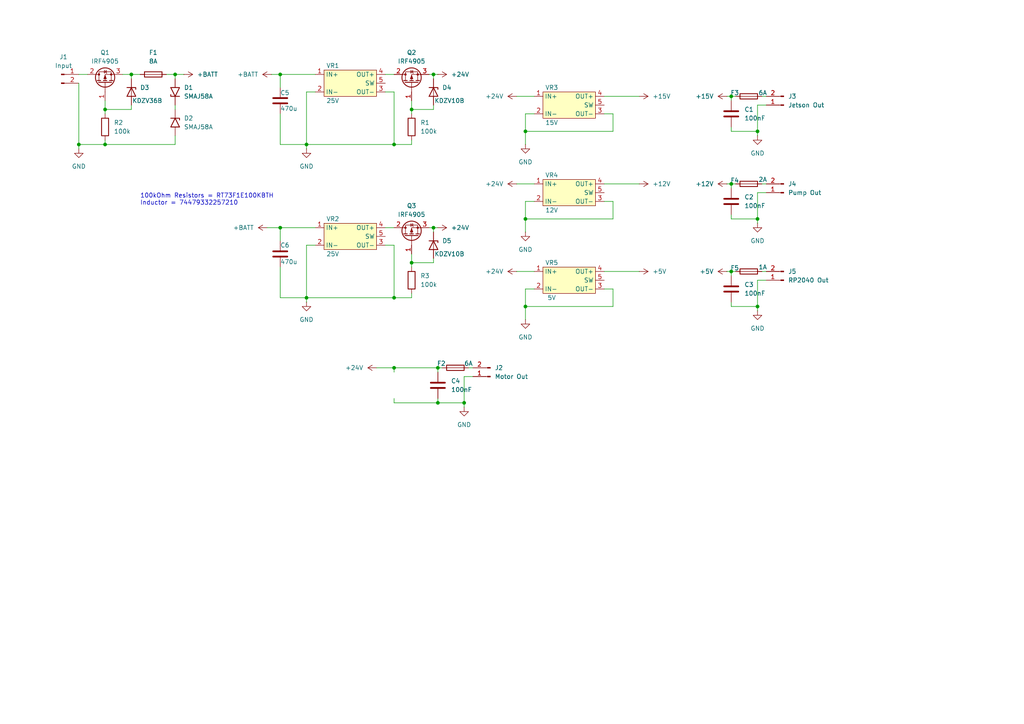
<source format=kicad_sch>
(kicad_sch (version 20250114) (generator "eeschema") (generator_version "9.0")
  (paper "A4")
  (lib_symbols
    (symbol "Connector:Conn_01x02_Pin" (pin_names (offset 1.016) (hide yes))
      (property "Reference" "J" (at 0 2.54 0))
      (property "Value" "Conn_01x02_Pin" (at 0 -5.08 0))
      (symbol "Conn_01x02_Pin_1_1"
        (rectangle (start 0.8636 0.127) (end 0 -0.127) (stroke (width 0.1524)) (fill (type outline)))
        (rectangle (start 0.8636 -2.413) (end 0 -2.667) (stroke (width 0.1524)) (fill (type outline)))
        (polyline (pts (xy 1.27 0) (xy 0.8636 0)) (stroke (width 0.1524)))
        (polyline (pts (xy 1.27 -2.54) (xy 0.8636 -2.54)) (stroke (width 0.1524)))
        (pin passive line (at 5.08 0 180) (length 3.81) (name "Pin_1") (number "1"))
        (pin passive line (at 5.08 -2.54 180) (length 3.81) (name "Pin_2") (number "2"))
      )
    )
    (symbol "Device:C" (pin_numbers (hide yes)) (pin_names (offset 0.254))
      (property "Reference" "C" (at 0.635 2.54 0))
      (property "Value" "C" (at 0.635 -2.54 0))
      (symbol "C_0_1"
        (polyline (pts (xy -2.032 0.762) (xy 2.032 0.762)) (stroke (width 0.508)))
        (polyline (pts (xy -2.032 -0.762) (xy 2.032 -0.762)) (stroke (width 0.508)))
      )
      (symbol "C_1_1"
        (pin passive line (at 0 3.81 270) (length 2.794) (name "~") (number "1"))
        (pin passive line (at 0 -3.81 90) (length 2.794) (name "~") (number "2"))
      )
    )
    (symbol "Device:D_Zener" (pin_numbers (hide yes)) (pin_names (offset 1.016) (hide yes))
      (property "Reference" "D" (at 0 2.54 0))
      (property "Value" "D_Zener" (at 0 -2.54 0))
      (symbol "D_Zener_0_1"
        (polyline (pts (xy -1.27 -1.27) (xy -1.27 1.27) (xy -0.762 1.27)) (stroke (width 0.254)))
        (polyline (pts (xy 1.27 0) (xy -1.27 0)))
        (polyline (pts (xy 1.27 -1.27) (xy 1.27 1.27) (xy -1.27 0) (xy 1.27 -1.27)) (stroke (width 0.254)))
      )
      (symbol "D_Zener_1_1"
        (pin passive line (at -3.81 0 0) (length 2.54) (name "K") (number "1"))
        (pin passive line (at 3.81 0 180) (length 2.54) (name "A") (number "2"))
      )
    )
    (symbol "Device:Fuse" (pin_numbers (hide yes)) (pin_names (offset 0))
      (property "Reference" "F" (at 2.032 0 90))
      (property "Value" "Fuse" (at -1.905 0 90))
      (symbol "Fuse_0_1"
        (rectangle (start -0.762 -2.54) (end 0.762 2.54) (stroke (width 0.254)))
        (polyline (pts (xy 0 2.54) (xy 0 -2.54)))
      )
      (symbol "Fuse_1_1"
        (pin passive line (at 0 3.81 270) (length 1.27) (name "~") (number "1"))
        (pin passive line (at 0 -3.81 90) (length 1.27) (name "~") (number "2"))
      )
    )
    (symbol "Device:R" (pin_numbers (hide yes)) (pin_names (offset 0))
      (property "Reference" "R" (at 2.032 0 90))
      (property "Value" "R" (at 0 0 90))
      (symbol "R_0_1"
        (rectangle (start -1.016 -2.54) (end 1.016 2.54) (stroke (width 0.254)))
      )
      (symbol "R_1_1"
        (pin passive line (at 0 3.81 270) (length 1.27) (name "~") (number "1"))
        (pin passive line (at 0 -3.81 90) (length 1.27) (name "~") (number "2"))
      )
    )
    (symbol "Diode:SMAJ58A" (pin_numbers (hide yes)) (pin_names (offset 1.016) (hide yes))
      (property "Reference" "D" (at 0 2.54 0))
      (property "Value" "SMAJ58A" (at 0 -2.54 0))
      (symbol "SMAJ58A_0_1"
        (polyline (pts (xy -0.762 1.27) (xy -1.27 1.27) (xy -1.27 -1.27)) (stroke (width 0.254)))
        (polyline (pts (xy 1.27 1.27) (xy 1.27 -1.27) (xy -1.27 0) (xy 1.27 1.27)) (stroke (width 0.254)))
      )
      (symbol "SMAJ58A_1_1"
        (pin passive line (at -3.81 0 0) (length 2.54) (name "A1") (number "1"))
        (pin passive line (at 3.81 0 180) (length 2.54) (name "A2") (number "2"))
      )
    )
    (symbol "Transistor_FET:IRF4905" (pin_names (hide yes))
      (property "Reference" "Q" (at 5.08 1.905 0))
      (property "Value" "IRF4905" (at 5.08 0 0))
      (symbol "IRF4905_0_1"
        (polyline (pts (xy 0.254 1.905) (xy 0.254 -1.905)) (stroke (width 0.254)))
        (polyline (pts (xy 0.254 0) (xy -2.54 0)))
        (polyline (pts (xy 0.762 2.286) (xy 0.762 1.27)) (stroke (width 0.254)))
        (polyline (pts (xy 0.762 1.778) (xy 3.302 1.778) (xy 3.302 -1.778) (xy 0.762 -1.778)))
        (polyline (pts (xy 0.762 0.508) (xy 0.762 -0.508)) (stroke (width 0.254)))
        (polyline (pts (xy 0.762 -1.27) (xy 0.762 -2.286)) (stroke (width 0.254)))
        (circle (center 1.651 0) (radius 2.794) (stroke (width 0.254)))
        (polyline (pts (xy 2.286 0) (xy 1.27 0.381) (xy 1.27 -0.381) (xy 2.286 0)) (fill (type outline)))
        (polyline (pts (xy 2.54 2.54) (xy 2.54 1.778)))
        (circle (center 2.54 1.778) (radius 0.254) (fill (type outline)))
        (circle (center 2.54 -1.778) (radius 0.254) (fill (type outline)))
        (polyline (pts (xy 2.54 -2.54) (xy 2.54 0) (xy 0.762 0)))
        (polyline (pts (xy 2.794 -0.508) (xy 2.921 -0.381) (xy 3.683 -0.381) (xy 3.81 -0.254)))
        (polyline (pts (xy 3.302 -0.381) (xy 2.921 0.254) (xy 3.683 0.254) (xy 3.302 -0.381)))
      )
      (symbol "IRF4905_1_1"
        (pin input line (at -5.08 0 0) (length 2.54) (name "G") (number "1"))
        (pin passive line (at 2.54 5.08 270) (length 2.54) (name "D") (number "2"))
        (pin passive line (at 2.54 -5.08 90) (length 2.54) (name "S") (number "3"))
      )
    )
    (symbol "VoltageReg_SMAKN:VoltageReg_SMAKN"
      (property "Reference" "VR" (at -6.35 5.08 0))
      (symbol "VoltageReg_SMAKN_1_1"
        (rectangle (start -7.62 3.81) (end 7.62 -3.81) (fill (type background)))
        (pin power_in line (at -10.16 2.54 0) (length 2.54) (name "IN+") (number "1"))
        (pin power_in line (at -10.16 -2.54 0) (length 2.54) (name "IN-") (number "2"))
        (pin power_out line (at 10.16 2.54 180) (length 2.54) (name "OUT+") (number "4"))
        (pin power_out line (at 10.16 0 180) (length 2.54) (name "SW") (number "5"))
        (pin power_out line (at 10.16 -2.54 180) (length 2.54) (name "OUT-") (number "3"))
      )
    )
    (symbol "power:+12V" (power) (pin_numbers (hide yes)) (pin_names (offset 0) (hide yes))
      (property "Value" "+12V" (at 0 3.556 0))
      (symbol "+12V_0_1"
        (polyline (pts (xy -0.762 1.27) (xy 0 2.54)))
        (polyline (pts (xy 0 2.54) (xy 0.762 1.27)))
        (polyline (pts (xy 0 0) (xy 0 2.54)))
      )
      (symbol "+12V_1_1"
        (pin power_in line (at 0 0 90) (length 0) (name "~") (number "1"))
      )
    )
    (symbol "power:+15V" (power) (pin_numbers (hide yes)) (pin_names (offset 0) (hide yes))
      (property "Value" "+15V" (at 0 3.556 0))
      (symbol "+15V_0_1"
        (polyline (pts (xy -0.762 1.27) (xy 0 2.54)))
        (polyline (pts (xy 0 2.54) (xy 0.762 1.27)))
        (polyline (pts (xy 0 0) (xy 0 2.54)))
      )
      (symbol "+15V_1_1"
        (pin power_in line (at 0 0 90) (length 0) (name "~") (number "1"))
      )
    )
    (symbol "power:+24V" (power) (pin_numbers (hide yes)) (pin_names (offset 0) (hide yes))
      (property "Value" "+24V" (at 0 3.556 0))
      (symbol "+24V_0_1"
        (polyline (pts (xy -0.762 1.27) (xy 0 2.54)))
        (polyline (pts (xy 0 2.54) (xy 0.762 1.27)))
        (polyline (pts (xy 0 0) (xy 0 2.54)))
      )
      (symbol "+24V_1_1"
        (pin power_in line (at 0 0 90) (length 0) (name "~") (number "1"))
      )
    )
    (symbol "power:+5V" (power) (pin_numbers (hide yes)) (pin_names (offset 0) (hide yes))
      (property "Value" "+5V" (at 0 3.556 0))
      (symbol "+5V_0_1"
        (polyline (pts (xy -0.762 1.27) (xy 0 2.54)))
        (polyline (pts (xy 0 2.54) (xy 0.762 1.27)))
        (polyline (pts (xy 0 0) (xy 0 2.54)))
      )
      (symbol "+5V_1_1"
        (pin power_in line (at 0 0 90) (length 0) (name "~") (number "1"))
      )
    )
    (symbol "power:+BATT" (power) (pin_numbers (hide yes)) (pin_names (offset 0) (hide yes))
      (property "Value" "+BATT" (at 0 3.556 0))
      (symbol "+BATT_0_1"
        (polyline (pts (xy -0.762 1.27) (xy 0 2.54)))
        (polyline (pts (xy 0 2.54) (xy 0.762 1.27)))
        (polyline (pts (xy 0 0) (xy 0 2.54)))
      )
      (symbol "+BATT_1_1"
        (pin power_in line (at 0 0 90) (length 0) (name "~") (number "1"))
      )
    )
    (symbol "power:GND" (power) (pin_numbers (hide yes)) (pin_names (offset 0) (hide yes))
      (property "Value" "GND" (at 0 -3.81 0))
      (symbol "GND_0_1"
        (polyline (pts (xy 0 0) (xy 0 -1.27) (xy 1.27 -1.27) (xy 0 -2.54) (xy -1.27 -1.27) (xy 0 -1.27)))
      )
      (symbol "GND_1_1"
        (pin power_in line (at 0 0 270) (length 0) (name "~") (number "1"))
      )
    )
  )
  (text "100kOhm Resistors = RT73F1E100KBTH\nInductor = 74479332257210" (at 40.64 57.912 0) (effects (font (size 1.27 1.27)) (justify left)))
  (junction (at 127 116.84))
  (junction (at 127 106.68))
  (junction (at 88.9 41.91))
  (junction (at 81.28 21.59))
  (junction (at 219.71 88.9))
  (junction (at 114.3 41.91))
  (junction (at 134.62 116.84))
  (junction (at 38.1 21.59))
  (junction (at 219.71 38.1))
  (junction (at 114.3 86.36))
  (junction (at 152.4 38.1))
  (junction (at 22.86 41.91))
  (junction (at 88.9 86.36))
  (junction (at 152.4 88.9))
  (junction (at 219.71 63.5))
  (junction (at 212.09 53.34))
  (junction (at 125.73 21.59))
  (junction (at 152.4 63.5))
  (junction (at 50.8 21.59))
  (junction (at 125.73 66.04))
  (junction (at 119.38 76.2))
  (junction (at 30.48 41.91))
  (junction (at 212.09 78.74))
  (junction (at 81.28 66.04))
  (junction (at 119.38 31.75))
  (junction (at 30.48 31.75))
  (junction (at 114.3 106.68))
  (junction (at 212.09 27.94))
  (wire (pts (xy 48.26 21.59) (xy 50.8 21.59)))
  (wire (pts (xy 212.09 88.9) (xy 219.71 88.9)))
  (wire (pts (xy 125.73 76.2) (xy 125.73 74.93)))
  (wire (pts (xy 210.82 53.34) (xy 212.09 53.34)))
  (wire (pts (xy 88.9 41.91) (xy 114.3 41.91)))
  (wire (pts (xy 125.73 66.04) (xy 127 66.04)))
  (wire (pts (xy 152.4 63.5) (xy 152.4 67.31)))
  (wire (pts (xy 81.28 21.59) (xy 81.28 25.4)))
  (wire (pts (xy 81.28 21.59) (xy 91.44 21.59)))
  (wire (pts (xy 38.1 22.86) (xy 38.1 21.59)))
  (wire (pts (xy 219.71 38.1) (xy 219.71 39.37)))
  (wire (pts (xy 127 116.84) (xy 114.3 116.84)))
  (wire (pts (xy 22.86 24.13) (xy 22.86 41.91)))
  (wire (pts (xy 38.1 31.75) (xy 30.48 31.75)))
  (wire (pts (xy 152.4 58.42) (xy 154.94 58.42)))
  (wire (pts (xy 77.47 66.04) (xy 81.28 66.04)))
  (wire (pts (xy 22.86 21.59) (xy 25.4 21.59)))
  (wire (pts (xy 152.4 33.02) (xy 154.94 33.02)))
  (wire (pts (xy 35.56 21.59) (xy 38.1 21.59)))
  (wire (pts (xy 212.09 63.5) (xy 219.71 63.5)))
  (wire (pts (xy 119.38 86.36) (xy 119.38 85.09)))
  (wire (pts (xy 222.25 55.88) (xy 219.71 55.88)))
  (wire (pts (xy 125.73 21.59) (xy 125.73 22.86)))
  (wire (pts (xy 219.71 63.5) (xy 219.71 64.77)))
  (wire (pts (xy 124.46 66.04) (xy 125.73 66.04)))
  (wire (pts (xy 114.3 26.67) (xy 114.3 41.91)))
  (wire (pts (xy 212.09 87.63) (xy 212.09 88.9)))
  (wire (pts (xy 81.28 86.36) (xy 88.9 86.36)))
  (wire (pts (xy 114.3 116.84) (xy 114.3 115.57)))
  (wire (pts (xy 175.26 58.42) (xy 177.8 58.42)))
  (wire (pts (xy 81.28 41.91) (xy 88.9 41.91)))
  (wire (pts (xy 220.98 27.94) (xy 222.25 27.94)))
  (wire (pts (xy 135.89 106.68) (xy 137.16 106.68)))
  (wire (pts (xy 149.86 27.94) (xy 154.94 27.94)))
  (wire (pts (xy 125.73 21.59) (xy 127 21.59)))
  (wire (pts (xy 88.9 86.36) (xy 114.3 86.36)))
  (wire (pts (xy 127 116.84) (xy 134.62 116.84)))
  (wire (pts (xy 222.25 30.48) (xy 219.71 30.48)))
  (wire (pts (xy 175.26 78.74) (xy 185.42 78.74)))
  (wire (pts (xy 149.86 78.74) (xy 154.94 78.74)))
  (wire (pts (xy 114.3 71.12) (xy 114.3 86.36)))
  (wire (pts (xy 88.9 26.67) (xy 88.9 41.91)))
  (wire (pts (xy 114.3 86.36) (xy 119.38 86.36)))
  (wire (pts (xy 134.62 109.22) (xy 134.62 116.84)))
  (wire (pts (xy 111.76 66.04) (xy 114.3 66.04)))
  (wire (pts (xy 152.4 83.82) (xy 154.94 83.82)))
  (wire (pts (xy 119.38 76.2) (xy 119.38 77.47)))
  (wire (pts (xy 152.4 88.9) (xy 152.4 83.82)))
  (wire (pts (xy 175.26 27.94) (xy 185.42 27.94)))
  (wire (pts (xy 119.38 76.2) (xy 125.73 76.2)))
  (wire (pts (xy 177.8 38.1) (xy 152.4 38.1)))
  (wire (pts (xy 50.8 30.48) (xy 50.8 31.75)))
  (wire (pts (xy 152.4 38.1) (xy 152.4 41.91)))
  (wire (pts (xy 177.8 58.42) (xy 177.8 63.5)))
  (wire (pts (xy 127 115.57) (xy 127 116.84)))
  (wire (pts (xy 220.98 53.34) (xy 222.25 53.34)))
  (wire (pts (xy 30.48 41.91) (xy 22.86 41.91)))
  (wire (pts (xy 177.8 33.02) (xy 177.8 38.1)))
  (wire (pts (xy 212.09 78.74) (xy 213.36 78.74)))
  (wire (pts (xy 88.9 86.36) (xy 88.9 87.63)))
  (wire (pts (xy 30.48 33.02) (xy 30.48 31.75)))
  (wire (pts (xy 177.8 88.9) (xy 152.4 88.9)))
  (wire (pts (xy 177.8 83.82) (xy 177.8 88.9)))
  (wire (pts (xy 127 106.68) (xy 127 107.95)))
  (wire (pts (xy 81.28 77.47) (xy 81.28 86.36)))
  (wire (pts (xy 210.82 78.74) (xy 212.09 78.74)))
  (wire (pts (xy 119.38 41.91) (xy 119.38 40.64)))
  (wire (pts (xy 114.3 41.91) (xy 119.38 41.91)))
  (wire (pts (xy 220.98 78.74) (xy 222.25 78.74)))
  (wire (pts (xy 88.9 71.12) (xy 88.9 86.36)))
  (wire (pts (xy 152.4 38.1) (xy 152.4 33.02)))
  (wire (pts (xy 88.9 26.67) (xy 91.44 26.67)))
  (wire (pts (xy 137.16 109.22) (xy 134.62 109.22)))
  (wire (pts (xy 81.28 66.04) (xy 91.44 66.04)))
  (wire (pts (xy 212.09 27.94) (xy 213.36 27.94)))
  (wire (pts (xy 212.09 53.34) (xy 213.36 53.34)))
  (wire (pts (xy 111.76 71.12) (xy 114.3 71.12)))
  (wire (pts (xy 125.73 31.75) (xy 125.73 30.48)))
  (wire (pts (xy 119.38 73.66) (xy 119.38 76.2)))
  (wire (pts (xy 212.09 63.5) (xy 212.09 62.23)))
  (wire (pts (xy 219.71 55.88) (xy 219.71 63.5)))
  (wire (pts (xy 50.8 22.86) (xy 50.8 21.59)))
  (wire (pts (xy 212.09 53.34) (xy 212.09 54.61)))
  (wire (pts (xy 212.09 78.74) (xy 212.09 80.01)))
  (wire (pts (xy 81.28 66.04) (xy 81.28 69.85)))
  (wire (pts (xy 175.26 83.82) (xy 177.8 83.82)))
  (wire (pts (xy 50.8 41.91) (xy 30.48 41.91)))
  (wire (pts (xy 111.76 21.59) (xy 114.3 21.59)))
  (wire (pts (xy 212.09 36.83) (xy 212.09 38.1)))
  (wire (pts (xy 222.25 81.28) (xy 219.71 81.28)))
  (wire (pts (xy 149.86 53.34) (xy 154.94 53.34)))
  (wire (pts (xy 119.38 29.21) (xy 119.38 31.75)))
  (wire (pts (xy 212.09 27.94) (xy 212.09 29.21)))
  (wire (pts (xy 125.73 66.04) (xy 125.73 67.31)))
  (wire (pts (xy 219.71 30.48) (xy 219.71 38.1)))
  (wire (pts (xy 38.1 21.59) (xy 40.64 21.59)))
  (wire (pts (xy 175.26 53.34) (xy 185.42 53.34)))
  (wire (pts (xy 210.82 27.94) (xy 212.09 27.94)))
  (wire (pts (xy 109.22 106.68) (xy 114.3 106.68)))
  (wire (pts (xy 119.38 31.75) (xy 125.73 31.75)))
  (wire (pts (xy 50.8 21.59) (xy 53.34 21.59)))
  (wire (pts (xy 124.46 21.59) (xy 125.73 21.59)))
  (wire (pts (xy 152.4 63.5) (xy 152.4 58.42)))
  (wire (pts (xy 119.38 31.75) (xy 119.38 33.02)))
  (wire (pts (xy 212.09 38.1) (xy 219.71 38.1)))
  (wire (pts (xy 134.62 116.84) (xy 134.62 118.11)))
  (wire (pts (xy 114.3 106.68) (xy 127 106.68)))
  (wire (pts (xy 30.48 41.91) (xy 30.48 40.64)))
  (wire (pts (xy 152.4 88.9) (xy 152.4 92.71)))
  (wire (pts (xy 88.9 41.91) (xy 88.9 43.18)))
  (wire (pts (xy 177.8 63.5) (xy 152.4 63.5)))
  (wire (pts (xy 114.3 106.68) (xy 114.3 107.95)))
  (wire (pts (xy 78.74 21.59) (xy 81.28 21.59)))
  (wire (pts (xy 219.71 81.28) (xy 219.71 88.9)))
  (wire (pts (xy 219.71 88.9) (xy 219.71 90.17)))
  (wire (pts (xy 111.76 26.67) (xy 114.3 26.67)))
  (wire (pts (xy 22.86 41.91) (xy 22.86 43.18)))
  (wire (pts (xy 88.9 71.12) (xy 91.44 71.12)))
  (wire (pts (xy 30.48 29.21) (xy 30.48 31.75)))
  (wire (pts (xy 127 106.68) (xy 128.27 106.68)))
  (wire (pts (xy 50.8 39.37) (xy 50.8 41.91)))
  (wire (pts (xy 81.28 33.02) (xy 81.28 41.91)))
  (wire (pts (xy 175.26 33.02) (xy 177.8 33.02)))
  (wire (pts (xy 38.1 30.48) (xy 38.1 31.75)))
  (symbol (lib_id "Device:Fuse") (at 217.17 78.74 90) (unit 1)
    (property "Reference" "F5" (at 213.106 77.724 90))
    (property "Value" "1A" (at 221.234 77.47 90))
    (property "Footprint" "Fuse:Fuseholder_Cylinder-5x20mm_Schurter_0031_8201_Horizontal_Open" (effects (hide yes)))
    (property "Description" "Fuse" (effects (hide yes)))
  )
  (symbol (lib_id "power:GND") (at 152.4 41.91 0) (unit 1)
    (property "Reference" "#PWR02" (effects (hide yes)))
    (property "Value" "GND" (at 152.4 46.99 0))
    (property "Description" "Power symbol creates a global label with name \"GND\" , ground" (effects (hide yes)))
  )
  (symbol (lib_id "power:GND") (at 152.4 92.71 0) (unit 1)
    (property "Reference" "#PWR04" (effects (hide yes)))
    (property "Value" "GND" (at 152.4 97.79 0))
    (property "Description" "Power symbol creates a global label with name \"GND\" , ground" (effects (hide yes)))
  )
  (symbol (lib_id "Device:R") (at 119.38 36.83 0) (unit 1)
    (property "Reference" "R1" (at 121.92 35.5599 0) (effects (justify left)))
    (property "Value" "100k" (at 121.92 38.0999 0) (effects (justify left)))
    (property "Footprint" "Resistor_SMD:R_0805_2012Metric" (effects (hide yes)))
    (property "Description" "Resistor" (effects (hide yes)))
  )
  (symbol (lib_id "power:GND") (at 134.62 118.11 0) (unit 1)
    (property "Reference" "#PWR016" (effects (hide yes)))
    (property "Value" "GND" (at 134.62 123.19 0))
    (property "Description" "Power symbol creates a global label with name \"GND\" , ground" (effects (hide yes)))
  )
  (symbol (lib_id "Connector:Conn_01x02_Pin") (at 227.33 55.88 180) (unit 1)
    (property "Reference" "J4" (at 228.6 53.3399 0) (effects (justify right)))
    (property "Value" "Pump Out" (at 228.6 55.8799 0) (effects (justify right)))
    (property "Footprint" "TerminalBlock:TerminalBlock_MaiXu_MX126-5.0-02P_1x02_P5.00mm" (effects (hide yes)))
    (property "Description" "Generic connector, single row, 01x02, script generated" (effects (hide yes)))
  )
  (symbol (lib_id "power:GND") (at 22.86 43.18 0) (unit 1)
    (property "Reference" "#PWR010" (effects (hide yes)))
    (property "Value" "GND" (at 22.86 48.26 0))
    (property "Description" "Power symbol creates a global label with name \"GND\" , ground" (effects (hide yes)))
  )
  (symbol (lib_id "Device:C") (at 212.09 33.02 0) (unit 1)
    (property "Reference" "C1" (at 215.9 31.7499 0) (effects (justify left)))
    (property "Value" "100nF" (at 215.9 34.2899 0) (effects (justify left)))
    (property "Footprint" "Resistor_SMD:R_0805_2012Metric" (effects (hide yes)))
    (property "Description" "Unpolarized capacitor" (effects (hide yes)))
  )
  (symbol (lib_id "Diode:SMAJ58A") (at 50.8 26.67 90) (unit 1)
    (property "Reference" "D1" (at 53.34 25.3999 90) (effects (justify right)))
    (property "Value" "SMAJ58A" (at 53.34 27.9399 90) (effects (justify right)))
    (property "Footprint" "Diode_SMD:D_SMA" (effects (hide yes)))
    (property "Datasheet" "https://www.littelfuse.com/media?resourcetype=datasheets&itemid=75e32973-b177-4ee3-a0ff-cedaf1abdb93&filename=smaj-datasheet" (effects (hide yes)))
    (property "Description" "400W unidirectional Transient Voltage Suppressor, 58.0Vr, SMA(DO-214AC)" (effects (hide yes)))
  )
  (symbol (lib_id "Connector:Conn_01x02_Pin") (at 227.33 81.28 180) (unit 1)
    (property "Reference" "J5" (at 228.6 78.7399 0) (effects (justify right)))
    (property "Value" "RP2040 Out" (at 228.6 81.2799 0) (effects (justify right)))
    (property "Footprint" "TerminalBlock:TerminalBlock_MaiXu_MX126-5.0-02P_1x02_P5.00mm" (effects (hide yes)))
    (property "Description" "Generic connector, single row, 01x02, script generated" (effects (hide yes)))
  )
  (symbol (lib_id "VoltageReg_SMAKN:VoltageReg_SMAKN") (at 101.6 24.13 0) (unit 1)
    (property "Reference" "VR1" (at 96.52 19.05 0))
    (property "Value" "25V" (at 96.52 29.21 0))
    (property "Footprint" "SMAKN:Module_SMAKN_LM2596HV" (effects (hide yes)))
  )
  (symbol (lib_id "power:+BATT") (at 77.47 66.04 90) (unit 1)
    (property "Reference" "#PWR013" (effects (hide yes)))
    (property "Value" "+BATT" (at 73.66 66.0399 90) (effects (justify left)))
    (property "Description" "Power symbol creates a global label with name \"+BATT\"" (effects (hide yes)))
  )
  (symbol (lib_id "Connector:Conn_01x02_Pin") (at 142.24 109.22 180) (unit 1)
    (property "Reference" "J2" (at 143.51 106.6799 0) (effects (justify right)))
    (property "Value" "Motor Out" (at 143.51 109.2199 0) (effects (justify right)))
    (property "Footprint" "TerminalBlock:TerminalBlock_MaiXu_MX126-5.0-02P_1x02_P5.00mm" (effects (hide yes)))
    (property "Description" "Generic connector, single row, 01x02, script generated" (effects (hide yes)))
  )
  (symbol (lib_id "Device:C") (at 81.28 73.66 0) (unit 1)
    (property "Reference" "C6" (at 81.28 71.12 0) (effects (justify left)))
    (property "Value" "470u" (at 81.28 75.946 0) (effects (justify left)))
    (property "Footprint" "Capacitor_SMD:CP_Elec_18x17.5" (effects (hide yes)))
    (property "Description" "Unpolarized capacitor" (effects (hide yes)))
  )
  (symbol (lib_id "power:+BATT") (at 53.34 21.59 270) (unit 1)
    (property "Reference" "#PWR011" (effects (hide yes)))
    (property "Value" "+BATT" (at 57.15 21.5899 90) (effects (justify left)))
    (property "Description" "Power symbol creates a global label with name \"+BATT\"" (effects (hide yes)))
  )
  (symbol (lib_id "power:+12V") (at 210.82 53.34 90) (unit 1)
    (property "Reference" "#PWR021" (effects (hide yes)))
    (property "Value" "+12V" (at 207.01 53.3399 90) (effects (justify left)))
    (property "Description" "Power symbol creates a global label with name \"+12V\"" (effects (hide yes)))
  )
  (symbol (lib_id "Connector:Conn_01x02_Pin") (at 17.78 21.59 0) (unit 1)
    (property "Reference" "J1" (at 18.415 16.51 0))
    (property "Value" "Input" (at 18.415 19.05 0))
    (property "Footprint" "TerminalBlock:TerminalBlock_MaiXu_MX126-5.0-02P_1x02_P5.00mm" (effects (hide yes)))
    (property "Description" "Generic connector, single row, 01x02, script generated" (effects (hide yes)))
  )
  (symbol (lib_id "VoltageReg_SMAKN:VoltageReg_SMAKN") (at 165.1 55.88 0) (unit 1)
    (property "Reference" "VR4" (at 160.02 50.8 0))
    (property "Value" "12V" (at 160.02 60.96 0))
    (property "Footprint" "SMAKN:Module_SMAKN_LM2596HV" (effects (hide yes)))
  )
  (symbol (lib_id "Connector:Conn_01x02_Pin") (at 227.33 30.48 180) (unit 1)
    (property "Reference" "J3" (at 228.6 27.9399 0) (effects (justify right)))
    (property "Value" "Jetson Out" (at 228.6 30.4799 0) (effects (justify right)))
    (property "Footprint" "TerminalBlock:TerminalBlock_MaiXu_MX126-5.0-02P_1x02_P5.00mm" (effects (hide yes)))
    (property "Description" "Generic connector, single row, 01x02, script generated" (effects (hide yes)))
  )
  (symbol (lib_id "power:+24V") (at 127 21.59 270) (unit 1)
    (property "Reference" "#PWR06" (effects (hide yes)))
    (property "Value" "+24V" (at 130.81 21.5899 90) (effects (justify left)))
    (property "Description" "Power symbol creates a global label with name \"+24V\"" (effects (hide yes)))
  )
  (symbol (lib_id "Device:D_Zener") (at 125.73 26.67 270) (unit 1)
    (property "Reference" "D4" (at 128.27 25.3999 90) (effects (justify left)))
    (property "Value" "KDZV10B" (at 125.984 29.21 90) (effects (justify left)))
    (property "Footprint" "Diode_SMD:Vishay_SMPA" (effects (hide yes)))
    (property "Description" "Zener diode" (effects (hide yes)))
  )
  (symbol (lib_id "Device:R") (at 119.38 81.28 0) (unit 1)
    (property "Reference" "R3" (at 121.92 80.0099 0) (effects (justify left)))
    (property "Value" "100k" (at 121.92 82.5499 0) (effects (justify left)))
    (property "Footprint" "Resistor_SMD:R_0805_2012Metric" (effects (hide yes)))
    (property "Description" "Resistor" (effects (hide yes)))
  )
  (symbol (lib_id "Device:Fuse") (at 132.08 106.68 90) (unit 1)
    (property "Reference" "F2" (at 128.016 105.41 90))
    (property "Value" "6A" (at 135.89 105.41 90))
    (property "Footprint" "Fuse:Fuseholder_Cylinder-5x20mm_Schurter_0031_8201_Horizontal_Open" (effects (hide yes)))
    (property "Description" "Fuse" (effects (hide yes)))
  )
  (symbol (lib_id "Device:C") (at 212.09 83.82 0) (unit 1)
    (property "Reference" "C3" (at 215.9 82.5499 0) (effects (justify left)))
    (property "Value" "100nF" (at 215.9 85.0899 0) (effects (justify left)))
    (property "Footprint" "Resistor_SMD:R_0805_2012Metric" (effects (hide yes)))
    (property "Description" "Unpolarized capacitor" (effects (hide yes)))
  )
  (symbol (lib_id "Device:D_Zener") (at 125.73 71.12 270) (unit 1)
    (property "Reference" "D5" (at 128.27 69.8499 90) (effects (justify left)))
    (property "Value" "KDZV10B" (at 125.984 73.66 90) (effects (justify left)))
    (property "Footprint" "Diode_SMD:Vishay_SMPA" (effects (hide yes)))
    (property "Description" "Zener diode" (effects (hide yes)))
  )
  (symbol (lib_id "power:+15V") (at 210.82 27.94 90) (unit 1)
    (property "Reference" "#PWR017" (effects (hide yes)))
    (property "Value" "+15V" (at 207.01 27.9399 90) (effects (justify left)))
    (property "Description" "Power symbol creates a global label with name \"+15V\"" (effects (hide yes)))
  )
  (symbol (lib_id "Transistor_FET:IRF4905") (at 30.48 24.13 90) (unit 1)
    (property "Reference" "Q1" (at 30.48 15.24 90))
    (property "Value" "IRF4905" (at 30.48 17.78 90))
    (property "Footprint" "Package_TO_SOT_THT:TO-220-3_Vertical" (effects (hide yes)))
    (property "Datasheet" "http://www.infineon.com/dgdl/irf4905.pdf?fileId=5546d462533600a4015355e32165197c" (effects (hide yes)))
    (property "Description" "-74A Id, -55V Vds, Single P-Channel HEXFET Power MOSFET, 20mOhm Ron, TO-220AB" (effects (hide yes)))
  )
  (symbol (lib_id "VoltageReg_SMAKN:VoltageReg_SMAKN") (at 101.6 68.58 0) (unit 1)
    (property "Reference" "VR2" (at 96.52 63.5 0))
    (property "Value" "25V" (at 96.52 73.66 0))
    (property "Footprint" "SMAKN:Module_SMAKN_LM2596HV" (effects (hide yes)))
  )
  (symbol (lib_id "Transistor_FET:IRF4905") (at 119.38 24.13 90) (unit 1)
    (property "Reference" "Q2" (at 119.38 15.24 90))
    (property "Value" "IRF4905" (at 119.38 17.78 90))
    (property "Footprint" "Package_TO_SOT_THT:TO-220-3_Vertical" (effects (hide yes)))
    (property "Datasheet" "http://www.infineon.com/dgdl/irf4905.pdf?fileId=5546d462533600a4015355e32165197c" (effects (hide yes)))
    (property "Description" "-74A Id, -55V Vds, Single P-Channel HEXFET Power MOSFET, 20mOhm Ron, TO-220AB" (effects (hide yes)))
  )
  (symbol (lib_id "power:+24V") (at 149.86 27.94 90) (unit 1)
    (property "Reference" "#PWR07" (effects (hide yes)))
    (property "Value" "+24V" (at 146.05 27.9399 90) (effects (justify left)))
    (property "Description" "Power symbol creates a global label with name \"+24V\"" (effects (hide yes)))
  )
  (symbol (lib_id "VoltageReg_SMAKN:VoltageReg_SMAKN") (at 165.1 81.28 0) (unit 1)
    (property "Reference" "VR5" (at 160.02 76.2 0))
    (property "Value" "5V" (at 160.02 86.36 0))
    (property "Footprint" "SMAKN:Module_SMAKN_LM2596HV" (effects (hide yes)))
  )
  (symbol (lib_id "Device:Fuse") (at 217.17 53.34 90) (unit 1)
    (property "Reference" "F4" (at 213.106 52.324 90))
    (property "Value" "2A" (at 221.234 52.07 90))
    (property "Footprint" "Fuse:Fuseholder_Cylinder-5x20mm_Schurter_0031_8201_Horizontal_Open" (effects (hide yes)))
    (property "Description" "Fuse" (effects (hide yes)))
  )
  (symbol (lib_id "power:+5V") (at 210.82 78.74 90) (unit 1)
    (property "Reference" "#PWR019" (effects (hide yes)))
    (property "Value" "+5V" (at 207.01 78.7399 90) (effects (justify left)))
    (property "Description" "Power symbol creates a global label with name \"+5V\"" (effects (hide yes)))
  )
  (symbol (lib_id "VoltageReg_SMAKN:VoltageReg_SMAKN") (at 165.1 30.48 0) (unit 1)
    (property "Reference" "VR3" (at 160.02 25.4 0))
    (property "Value" "15V" (at 160.02 35.56 0))
    (property "Footprint" "SMAKN:Module_SMAKN_LM2596HV" (effects (hide yes)))
  )
  (symbol (lib_id "Device:C") (at 81.28 29.21 0) (unit 1)
    (property "Reference" "C5" (at 81.28 26.924 0) (effects (justify left)))
    (property "Value" "470u" (at 81.28 31.496 0) (effects (justify left)))
    (property "Footprint" "Capacitor_SMD:CP_Elec_18x17.5" (effects (hide yes)))
    (property "Description" "Unpolarized capacitor" (effects (hide yes)))
  )
  (symbol (lib_id "Device:C") (at 127 111.76 0) (unit 1)
    (property "Reference" "C4" (at 130.81 110.4899 0) (effects (justify left)))
    (property "Value" "100nF" (at 130.81 113.0299 0) (effects (justify left)))
    (property "Footprint" "Resistor_SMD:R_0805_2012Metric" (effects (hide yes)))
    (property "Description" "Unpolarized capacitor" (effects (hide yes)))
  )
  (symbol (lib_id "power:+12V") (at 185.42 53.34 270) (unit 1)
    (property "Reference" "#PWR024" (effects (hide yes)))
    (property "Value" "+12V" (at 189.23 53.3399 90) (effects (justify left)))
    (property "Description" "Power symbol creates a global label with name \"+12V\"" (effects (hide yes)))
  )
  (symbol (lib_id "Device:D_Zener") (at 38.1 26.67 270) (unit 1)
    (property "Reference" "D3" (at 40.64 25.3999 90) (effects (justify left)))
    (property "Value" "KDZV36B" (at 38.354 29.21 90) (effects (justify left)))
    (property "Footprint" "Diode_SMD:Vishay_SMPA" (effects (hide yes)))
    (property "Description" "Zener diode" (effects (hide yes)))
  )
  (symbol (lib_id "Diode:SMAJ58A") (at 50.8 35.56 270) (unit 1)
    (property "Reference" "D2" (at 53.34 34.2899 90) (effects (justify left)))
    (property "Value" "SMAJ58A" (at 53.34 36.8299 90) (effects (justify left)))
    (property "Footprint" "Diode_SMD:D_SMA" (effects (hide yes)))
    (property "Datasheet" "https://www.littelfuse.com/media?resourcetype=datasheets&itemid=75e32973-b177-4ee3-a0ff-cedaf1abdb93&filename=smaj-datasheet" (effects (hide yes)))
    (property "Description" "400W unidirectional Transient Voltage Suppressor, 58.0Vr, SMA(DO-214AC)" (effects (hide yes)))
  )
  (symbol (lib_id "Device:C") (at 212.09 58.42 0) (unit 1)
    (property "Reference" "C2" (at 215.9 57.1499 0) (effects (justify left)))
    (property "Value" "100nF" (at 215.9 59.6899 0) (effects (justify left)))
    (property "Footprint" "Resistor_SMD:R_0805_2012Metric" (effects (hide yes)))
    (property "Description" "Unpolarized capacitor" (effects (hide yes)))
  )
  (symbol (lib_id "power:GND") (at 219.71 90.17 0) (unit 1)
    (property "Reference" "#PWR022" (effects (hide yes)))
    (property "Value" "GND" (at 219.71 95.25 0))
    (property "Description" "Power symbol creates a global label with name \"GND\" , ground" (effects (hide yes)))
  )
  (symbol (lib_id "power:+5V") (at 185.42 78.74 270) (unit 1)
    (property "Reference" "#PWR023" (effects (hide yes)))
    (property "Value" "+5V" (at 189.23 78.7399 90) (effects (justify left)))
    (property "Description" "Power symbol creates a global label with name \"+5V\"" (effects (hide yes)))
  )
  (symbol (lib_id "power:GND") (at 219.71 64.77 0) (unit 1)
    (property "Reference" "#PWR020" (effects (hide yes)))
    (property "Value" "GND" (at 219.71 69.85 0))
    (property "Description" "Power symbol creates a global label with name \"GND\" , ground" (effects (hide yes)))
  )
  (symbol (lib_id "Device:R") (at 30.48 36.83 0) (unit 1)
    (property "Reference" "R2" (at 33.02 35.5599 0) (effects (justify left)))
    (property "Value" "100k" (at 33.02 38.0999 0) (effects (justify left)))
    (property "Footprint" "Resistor_SMD:R_0805_2012Metric" (effects (hide yes)))
    (property "Description" "Resistor" (effects (hide yes)))
  )
  (symbol (lib_id "power:+24V") (at 109.22 106.68 90) (unit 1)
    (property "Reference" "#PWR015" (effects (hide yes)))
    (property "Value" "+24V" (at 105.41 106.6799 90) (effects (justify left)))
    (property "Description" "Power symbol creates a global label with name \"+24V\"" (effects (hide yes)))
  )
  (symbol (lib_id "power:+24V") (at 149.86 78.74 90) (unit 1)
    (property "Reference" "#PWR09" (effects (hide yes)))
    (property "Value" "+24V" (at 146.05 78.7399 90) (effects (justify left)))
    (property "Description" "Power symbol creates a global label with name \"+24V\"" (effects (hide yes)))
  )
  (symbol (lib_id "power:+24V") (at 127 66.04 270) (unit 1)
    (property "Reference" "#PWR014" (effects (hide yes)))
    (property "Value" "+24V" (at 130.81 66.0399 90) (effects (justify left)))
    (property "Description" "Power symbol creates a global label with name \"+24V\"" (effects (hide yes)))
  )
  (symbol (lib_id "power:GND") (at 152.4 67.31 0) (unit 1)
    (property "Reference" "#PWR03" (effects (hide yes)))
    (property "Value" "GND" (at 152.4 72.39 0))
    (property "Description" "Power symbol creates a global label with name \"GND\" , ground" (effects (hide yes)))
  )
  (symbol (lib_id "Device:Fuse") (at 217.17 27.94 90) (unit 1)
    (property "Reference" "F3" (at 213.106 26.924 90))
    (property "Value" "6A" (at 221.234 26.924 90))
    (property "Footprint" "Fuse:Fuseholder_Cylinder-5x20mm_Schurter_0031_8201_Horizontal_Open" (effects (hide yes)))
    (property "Description" "Fuse" (effects (hide yes)))
  )
  (symbol (lib_id "power:+15V") (at 185.42 27.94 270) (unit 1)
    (property "Reference" "#PWR025" (effects (hide yes)))
    (property "Value" "+15V" (at 189.23 27.9399 90) (effects (justify left)))
    (property "Description" "Power symbol creates a global label with name \"+15V\"" (effects (hide yes)))
  )
  (symbol (lib_id "power:GND") (at 88.9 43.18 0) (unit 1)
    (property "Reference" "#PWR01" (effects (hide yes)))
    (property "Value" "GND" (at 88.9 48.26 0))
    (property "Description" "Power symbol creates a global label with name \"GND\" , ground" (effects (hide yes)))
  )
  (symbol (lib_id "power:+24V") (at 149.86 53.34 90) (unit 1)
    (property "Reference" "#PWR08" (effects (hide yes)))
    (property "Value" "+24V" (at 146.05 53.3399 90) (effects (justify left)))
    (property "Description" "Power symbol creates a global label with name \"+24V\"" (effects (hide yes)))
  )
  (symbol (lib_id "Transistor_FET:IRF4905") (at 119.38 68.58 90) (unit 1)
    (property "Reference" "Q3" (at 119.38 59.69 90))
    (property "Value" "IRF4905" (at 119.38 62.23 90))
    (property "Footprint" "Package_TO_SOT_THT:TO-220-3_Vertical" (effects (hide yes)))
    (property "Datasheet" "http://www.infineon.com/dgdl/irf4905.pdf?fileId=5546d462533600a4015355e32165197c" (effects (hide yes)))
    (property "Description" "-74A Id, -55V Vds, Single P-Channel HEXFET Power MOSFET, 20mOhm Ron, TO-220AB" (effects (hide yes)))
  )
  (symbol (lib_id "Device:Fuse") (at 44.45 21.59 90) (unit 1)
    (property "Reference" "F1" (at 44.45 15.24 90))
    (property "Value" "8A" (at 44.45 17.78 90))
    (property "Footprint" "Fuse:Fuseholder_Cylinder-5x20mm_Schurter_0031_8201_Horizontal_Open" (effects (hide yes)))
    (property "Description" "Fuse" (effects (hide yes)))
  )
  (symbol (lib_id "power:GND") (at 219.71 39.37 0) (unit 1)
    (property "Reference" "#PWR018" (effects (hide yes)))
    (property "Value" "GND" (at 219.71 44.45 0))
    (property "Description" "Power symbol creates a global label with name \"GND\" , ground" (effects (hide yes)))
  )
  (symbol (lib_id "power:+BATT") (at 78.74 21.59 90) (unit 1)
    (property "Reference" "#PWR012" (effects (hide yes)))
    (property "Value" "+BATT" (at 74.93 21.5899 90) (effects (justify left)))
    (property "Description" "Power symbol creates a global label with name \"+BATT\"" (effects (hide yes)))
  )
  (symbol (lib_id "power:GND") (at 88.9 87.63 0) (unit 1)
    (property "Reference" "#PWR05" (effects (hide yes)))
    (property "Value" "GND" (at 88.9 92.71 0))
    (property "Description" "Power symbol creates a global label with name \"GND\" , ground" (effects (hide yes)))
  )
)
</source>
